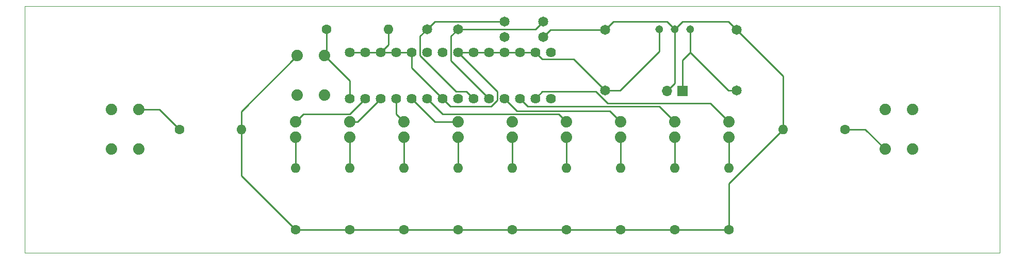
<source format=gbr>
%TF.GenerationSoftware,KiCad,Pcbnew,5.1.9-73d0e3b20d~88~ubuntu20.04.1*%
%TF.CreationDate,2021-02-23T00:09:44-07:00*%
%TF.ProjectId,tow,746f772e-6b69-4636-9164-5f7063625858,rev?*%
%TF.SameCoordinates,Original*%
%TF.FileFunction,Copper,L1,Top*%
%TF.FilePolarity,Positive*%
%FSLAX46Y46*%
G04 Gerber Fmt 4.6, Leading zero omitted, Abs format (unit mm)*
G04 Created by KiCad (PCBNEW 5.1.9-73d0e3b20d~88~ubuntu20.04.1) date 2021-02-23 00:09:44*
%MOMM*%
%LPD*%
G01*
G04 APERTURE LIST*
%TA.AperFunction,Profile*%
%ADD10C,0.050000*%
%TD*%
%TA.AperFunction,ComponentPad*%
%ADD11O,1.700000X1.700000*%
%TD*%
%TA.AperFunction,ComponentPad*%
%ADD12R,1.700000X1.700000*%
%TD*%
%TA.AperFunction,ComponentPad*%
%ADD13C,1.651000*%
%TD*%
%TA.AperFunction,ComponentPad*%
%ADD14C,1.625600*%
%TD*%
%TA.AperFunction,ComponentPad*%
%ADD15C,1.305560*%
%TD*%
%TA.AperFunction,ComponentPad*%
%ADD16C,1.879600*%
%TD*%
%TA.AperFunction,ComponentPad*%
%ADD17O,1.600000X1.600000*%
%TD*%
%TA.AperFunction,ComponentPad*%
%ADD18C,1.600000*%
%TD*%
%TA.AperFunction,Conductor*%
%ADD19C,0.250000*%
%TD*%
G04 APERTURE END LIST*
D10*
X72390000Y-82550000D02*
X232410000Y-82550000D01*
X72390000Y-123190000D02*
X72390000Y-82550000D01*
X232410000Y-123190000D02*
X72390000Y-123190000D01*
X232410000Y-82550000D02*
X232410000Y-123190000D01*
D11*
%TO.P,J1,2*%
%TO.N,GNDREF*%
X177800000Y-96520000D03*
D12*
%TO.P,J1,1*%
%TO.N,+9V*%
X180340000Y-96520000D03*
%TD*%
D13*
%TO.P,Y1,2*%
%TO.N,Net-(C2-Pad1)*%
X138430000Y-86360000D03*
%TO.P,Y1,1*%
%TO.N,Net-(C3-Pad1)*%
X143510000Y-86360000D03*
%TD*%
D14*
%TO.P,U2,28*%
%TO.N,Net-(C4-Pad1)*%
X125730000Y-90170000D03*
%TO.P,U2,27*%
X128270000Y-90170000D03*
%TO.P,U2,26*%
X130810000Y-90170000D03*
%TO.P,U2,25*%
X133350000Y-90170000D03*
%TO.P,U2,24*%
X135890000Y-90170000D03*
%TO.P,U2,23*%
%TO.N,Net-(D1-PadA)*%
X138430000Y-90170000D03*
%TO.P,U2,22*%
%TO.N,GNDREF*%
X140970000Y-90170000D03*
%TO.P,U2,21*%
%TO.N,Net-(C4-Pad1)*%
X143510000Y-90170000D03*
%TO.P,U2,20*%
X146050000Y-90170000D03*
%TO.P,U2,19*%
X148590000Y-90170000D03*
%TO.P,U2,18*%
X151130000Y-90170000D03*
%TO.P,U2,17*%
X153670000Y-90170000D03*
%TO.P,U2,16*%
X156210000Y-90170000D03*
%TO.P,U2,15*%
%TO.N,Net-(S3-Pad3)*%
X158750000Y-90170000D03*
%TO.P,U2,14*%
%TO.N,Net-(S2-Pad3)*%
X158750000Y-97790000D03*
%TO.P,U2,13*%
%TO.N,Net-(D9-PadA)*%
X156210000Y-97790000D03*
%TO.P,U2,12*%
%TO.N,Net-(D5-PadA)*%
X153670000Y-97790000D03*
%TO.P,U2,11*%
%TO.N,Net-(D8-PadA)*%
X151130000Y-97790000D03*
%TO.P,U2,10*%
%TO.N,Net-(C3-Pad1)*%
X148590000Y-97790000D03*
%TO.P,U2,9*%
%TO.N,Net-(C2-Pad1)*%
X146050000Y-97790000D03*
%TO.P,U2,8*%
%TO.N,GNDREF*%
X143510000Y-97790000D03*
%TO.P,U2,7*%
%TO.N,Net-(C4-Pad1)*%
X140970000Y-97790000D03*
%TO.P,U2,6*%
%TO.N,Net-(D4-PadA)*%
X138430000Y-97790000D03*
%TO.P,U2,5*%
%TO.N,Net-(D7-PadA)*%
X135890000Y-97790000D03*
%TO.P,U2,4*%
%TO.N,Net-(D3-PadA)*%
X133350000Y-97790000D03*
%TO.P,U2,3*%
%TO.N,Net-(D6-PadA)*%
X130810000Y-97790000D03*
%TO.P,U2,2*%
%TO.N,Net-(D2-PadA)*%
X128270000Y-97790000D03*
%TO.P,U2,1*%
%TO.N,Net-(R1-Pad1)*%
X125730000Y-97790000D03*
%TD*%
D15*
%TO.P,U1,VOUT*%
%TO.N,Net-(C4-Pad1)*%
X176530000Y-86360000D03*
%TO.P,U1,VIN*%
%TO.N,+9V*%
X181610000Y-86360000D03*
%TO.P,U1,GND*%
%TO.N,GNDREF*%
X179070000Y-86360000D03*
%TD*%
D16*
%TO.P,S3,4*%
%TO.N,N/C*%
X86639400Y-106121200D03*
%TO.P,S3,3*%
%TO.N,Net-(S3-Pad3)*%
X86639400Y-99618800D03*
%TO.P,S3,2*%
%TO.N,N/C*%
X91160600Y-106121200D03*
%TO.P,S3,1*%
%TO.N,Net-(R4-Pad1)*%
X91160600Y-99618800D03*
%TD*%
%TO.P,S2,4*%
%TO.N,N/C*%
X218160600Y-99618800D03*
%TO.P,S2,3*%
%TO.N,Net-(S2-Pad3)*%
X218160600Y-106121200D03*
%TO.P,S2,2*%
%TO.N,N/C*%
X213639400Y-99618800D03*
%TO.P,S2,1*%
%TO.N,Net-(R3-Pad1)*%
X213639400Y-106121200D03*
%TD*%
%TO.P,S1,4*%
%TO.N,N/C*%
X117119400Y-97231200D03*
%TO.P,S1,3*%
%TO.N,GNDREF*%
X117119400Y-90728800D03*
%TO.P,S1,2*%
%TO.N,N/C*%
X121640600Y-97231200D03*
%TO.P,S1,1*%
%TO.N,Net-(R1-Pad1)*%
X121640600Y-90728800D03*
%TD*%
D17*
%TO.P,R12,2*%
%TO.N,Net-(D9-PadK)*%
X187960000Y-109220000D03*
D18*
%TO.P,R12,1*%
%TO.N,GNDREF*%
X187960000Y-119380000D03*
%TD*%
D17*
%TO.P,R11,2*%
%TO.N,Net-(D8-PadK)*%
X170180000Y-109220000D03*
D18*
%TO.P,R11,1*%
%TO.N,GNDREF*%
X170180000Y-119380000D03*
%TD*%
D17*
%TO.P,R10,2*%
%TO.N,Net-(D7-PadK)*%
X143510000Y-109220000D03*
D18*
%TO.P,R10,1*%
%TO.N,GNDREF*%
X143510000Y-119380000D03*
%TD*%
D17*
%TO.P,R9,2*%
%TO.N,Net-(D6-PadK)*%
X125730000Y-109220000D03*
D18*
%TO.P,R9,1*%
%TO.N,GNDREF*%
X125730000Y-119380000D03*
%TD*%
D17*
%TO.P,R8,2*%
%TO.N,Net-(D5-PadK)*%
X179070000Y-109220000D03*
D18*
%TO.P,R8,1*%
%TO.N,GNDREF*%
X179070000Y-119380000D03*
%TD*%
D17*
%TO.P,R7,2*%
%TO.N,Net-(D4-PadK)*%
X161290000Y-109220000D03*
D18*
%TO.P,R7,1*%
%TO.N,GNDREF*%
X161290000Y-119380000D03*
%TD*%
D17*
%TO.P,R6,2*%
%TO.N,Net-(D3-PadK)*%
X134620000Y-109220000D03*
D18*
%TO.P,R6,1*%
%TO.N,GNDREF*%
X134620000Y-119380000D03*
%TD*%
D17*
%TO.P,R5,2*%
%TO.N,Net-(D2-PadK)*%
X116840000Y-109220000D03*
D18*
%TO.P,R5,1*%
%TO.N,GNDREF*%
X116840000Y-119380000D03*
%TD*%
D17*
%TO.P,R4,2*%
%TO.N,GNDREF*%
X107950000Y-102870000D03*
D18*
%TO.P,R4,1*%
%TO.N,Net-(R4-Pad1)*%
X97790000Y-102870000D03*
%TD*%
D17*
%TO.P,R3,2*%
%TO.N,GNDREF*%
X196850000Y-102870000D03*
D18*
%TO.P,R3,1*%
%TO.N,Net-(R3-Pad1)*%
X207010000Y-102870000D03*
%TD*%
D17*
%TO.P,R2,2*%
%TO.N,Net-(D1-PadK)*%
X152400000Y-109220000D03*
D18*
%TO.P,R2,1*%
%TO.N,GNDREF*%
X152400000Y-119380000D03*
%TD*%
D17*
%TO.P,R1,2*%
%TO.N,Net-(C4-Pad1)*%
X132080000Y-86360000D03*
D18*
%TO.P,R1,1*%
%TO.N,Net-(R1-Pad1)*%
X121920000Y-86360000D03*
%TD*%
D16*
%TO.P,D9,K*%
%TO.N,Net-(D9-PadK)*%
X187960000Y-104140000D03*
%TO.P,D9,A*%
%TO.N,Net-(D9-PadA)*%
X187960000Y-101600000D03*
%TD*%
%TO.P,D8,K*%
%TO.N,Net-(D8-PadK)*%
X170180000Y-104140000D03*
%TO.P,D8,A*%
%TO.N,Net-(D8-PadA)*%
X170180000Y-101600000D03*
%TD*%
%TO.P,D7,K*%
%TO.N,Net-(D7-PadK)*%
X143510000Y-104140000D03*
%TO.P,D7,A*%
%TO.N,Net-(D7-PadA)*%
X143510000Y-101600000D03*
%TD*%
%TO.P,D6,K*%
%TO.N,Net-(D6-PadK)*%
X125730000Y-104140000D03*
%TO.P,D6,A*%
%TO.N,Net-(D6-PadA)*%
X125730000Y-101600000D03*
%TD*%
%TO.P,D5,K*%
%TO.N,Net-(D5-PadK)*%
X179070000Y-104140000D03*
%TO.P,D5,A*%
%TO.N,Net-(D5-PadA)*%
X179070000Y-101600000D03*
%TD*%
%TO.P,D4,K*%
%TO.N,Net-(D4-PadK)*%
X161290000Y-104140000D03*
%TO.P,D4,A*%
%TO.N,Net-(D4-PadA)*%
X161290000Y-101600000D03*
%TD*%
%TO.P,D3,K*%
%TO.N,Net-(D3-PadK)*%
X134620000Y-104140000D03*
%TO.P,D3,A*%
%TO.N,Net-(D3-PadA)*%
X134620000Y-101600000D03*
%TD*%
%TO.P,D2,K*%
%TO.N,Net-(D2-PadK)*%
X116840000Y-104140000D03*
%TO.P,D2,A*%
%TO.N,Net-(D2-PadA)*%
X116840000Y-101600000D03*
%TD*%
%TO.P,D1,K*%
%TO.N,Net-(D1-PadK)*%
X152400000Y-104140000D03*
%TO.P,D1,A*%
%TO.N,Net-(D1-PadA)*%
X152400000Y-101600000D03*
%TD*%
D13*
%TO.P,C4,2*%
%TO.N,GNDREF*%
X167640000Y-86441280D03*
%TO.P,C4,1*%
%TO.N,Net-(C4-Pad1)*%
X167640000Y-96438720D03*
%TD*%
%TO.P,C3,2*%
%TO.N,GNDREF*%
X157480000Y-87630000D03*
%TO.P,C3,1*%
%TO.N,Net-(C3-Pad1)*%
X157480000Y-85090000D03*
%TD*%
%TO.P,C2,2*%
%TO.N,GNDREF*%
X151130000Y-87630000D03*
%TO.P,C2,1*%
%TO.N,Net-(C2-Pad1)*%
X151130000Y-85090000D03*
%TD*%
%TO.P,C1,2*%
%TO.N,GNDREF*%
X189230000Y-86441280D03*
%TO.P,C1,1*%
%TO.N,+9V*%
X189230000Y-96438720D03*
%TD*%
D19*
%TO.N,GNDREF*%
X116840000Y-119380000D02*
X125730000Y-119380000D01*
X125730000Y-119380000D02*
X134620000Y-119380000D01*
X143510000Y-119380000D02*
X134620000Y-119380000D01*
X152400000Y-119380000D02*
X143510000Y-119380000D01*
X161290000Y-119380000D02*
X152400000Y-119380000D01*
X170180000Y-119380000D02*
X161290000Y-119380000D01*
X179070000Y-119380000D02*
X170180000Y-119380000D01*
X187960000Y-119380000D02*
X179070000Y-119380000D01*
X107950000Y-110490000D02*
X116840000Y-119380000D01*
X107950000Y-102870000D02*
X107950000Y-110490000D01*
X107950000Y-99898200D02*
X117119400Y-90728800D01*
X107950000Y-102870000D02*
X107950000Y-99898200D01*
X196850000Y-94061280D02*
X196850000Y-102870000D01*
X189230000Y-86441280D02*
X196850000Y-94061280D01*
X187960000Y-111760000D02*
X196850000Y-102870000D01*
X187960000Y-119380000D02*
X187960000Y-111760000D01*
X179070000Y-86360000D02*
X180340000Y-85090000D01*
X187878720Y-85090000D02*
X189230000Y-86441280D01*
X180340000Y-85090000D02*
X187878720Y-85090000D01*
X179070000Y-86360000D02*
X177800000Y-85090000D01*
X168991280Y-85090000D02*
X167640000Y-86441280D01*
X177800000Y-85090000D02*
X168991280Y-85090000D01*
X158668720Y-86441280D02*
X157480000Y-87630000D01*
X167640000Y-86441280D02*
X158668720Y-86441280D01*
X179070000Y-95250000D02*
X177800000Y-96520000D01*
X179070000Y-86360000D02*
X179070000Y-95250000D01*
%TO.N,+9V*%
X189230000Y-96438720D02*
X187878720Y-96438720D01*
X181610000Y-90170000D02*
X181610000Y-86360000D01*
X187878720Y-96438720D02*
X181610000Y-90170000D01*
X180340000Y-91440000D02*
X181610000Y-90170000D01*
X180340000Y-96520000D02*
X180340000Y-91440000D01*
%TO.N,Net-(C2-Pad1)*%
X144912199Y-96652199D02*
X146050000Y-97790000D01*
X137292199Y-90716145D02*
X143228253Y-96652199D01*
X143228253Y-96652199D02*
X144912199Y-96652199D01*
X137292199Y-87497801D02*
X137292199Y-90716145D01*
X138430000Y-86360000D02*
X137292199Y-87497801D01*
X139700000Y-85090000D02*
X151130000Y-85090000D01*
X138430000Y-86360000D02*
X139700000Y-85090000D01*
%TO.N,Net-(C3-Pad1)*%
X142372199Y-91572199D02*
X148590000Y-97790000D01*
X142372199Y-87497801D02*
X142372199Y-91572199D01*
X143510000Y-86360000D02*
X142372199Y-87497801D01*
X156210000Y-86360000D02*
X157480000Y-85090000D01*
X143510000Y-86360000D02*
X156210000Y-86360000D01*
%TO.N,Net-(C4-Pad1)*%
X125730000Y-90170000D02*
X128270000Y-90170000D01*
X128270000Y-90170000D02*
X130810000Y-90170000D01*
X130810000Y-90170000D02*
X133350000Y-90170000D01*
X133350000Y-90170000D02*
X135890000Y-90170000D01*
X135890000Y-92710000D02*
X140970000Y-97790000D01*
X135890000Y-90170000D02*
X135890000Y-92710000D01*
X143510000Y-90170000D02*
X146050000Y-90170000D01*
X146050000Y-90170000D02*
X148590000Y-90170000D01*
X148590000Y-90170000D02*
X151130000Y-90170000D01*
X151130000Y-90170000D02*
X153670000Y-90170000D01*
X153670000Y-90170000D02*
X156210000Y-90170000D01*
X162509081Y-91307801D02*
X167640000Y-96438720D01*
X157347801Y-91307801D02*
X162509081Y-91307801D01*
X156210000Y-90170000D02*
X157347801Y-91307801D01*
X167640000Y-96438720D02*
X170098720Y-96438720D01*
X176530000Y-90007440D02*
X176530000Y-86360000D01*
X170098720Y-96438720D02*
X176530000Y-90007440D01*
X132080000Y-88900000D02*
X130810000Y-90170000D01*
X132080000Y-86360000D02*
X132080000Y-88900000D01*
X142240000Y-99060000D02*
X140970000Y-97790000D01*
X149003946Y-99060000D02*
X142240000Y-99060000D01*
X149979499Y-98084447D02*
X149003946Y-99060000D01*
X149979499Y-96639499D02*
X149979499Y-98084447D01*
X143510000Y-90170000D02*
X149979499Y-96639499D01*
%TO.N,Net-(D1-PadK)*%
X152400000Y-104140000D02*
X152400000Y-109220000D01*
%TO.N,Net-(D2-PadK)*%
X116840000Y-104140000D02*
X116840000Y-109220000D01*
%TO.N,Net-(D2-PadA)*%
X128270000Y-97790000D02*
X125730000Y-100330000D01*
X118110000Y-100330000D02*
X116840000Y-101600000D01*
X125730000Y-100330000D02*
X118110000Y-100330000D01*
%TO.N,Net-(D3-PadK)*%
X134620000Y-104140000D02*
X134620000Y-109220000D01*
%TO.N,Net-(D3-PadA)*%
X133350000Y-100330000D02*
X134620000Y-101600000D01*
X133350000Y-97790000D02*
X133350000Y-100330000D01*
%TO.N,Net-(D4-PadK)*%
X161290000Y-104140000D02*
X161290000Y-109220000D01*
%TO.N,Net-(D4-PadA)*%
X160025199Y-100335199D02*
X161290000Y-101600000D01*
X140975199Y-100335199D02*
X160025199Y-100335199D01*
X138430000Y-97790000D02*
X140975199Y-100335199D01*
%TO.N,Net-(D5-PadK)*%
X179070000Y-104140000D02*
X179070000Y-109220000D01*
%TO.N,Net-(D5-PadA)*%
X153670000Y-97790000D02*
X154940000Y-99060000D01*
X176530000Y-99060000D02*
X179070000Y-101600000D01*
X154940000Y-99060000D02*
X176530000Y-99060000D01*
%TO.N,Net-(D6-PadK)*%
X125730000Y-109220000D02*
X125730000Y-104140000D01*
%TO.N,Net-(D6-PadA)*%
X127000000Y-101600000D02*
X125730000Y-101600000D01*
X130810000Y-97790000D02*
X127000000Y-101600000D01*
%TO.N,Net-(D7-PadK)*%
X143510000Y-104140000D02*
X143510000Y-109220000D01*
%TO.N,Net-(D7-PadA)*%
X139700000Y-101600000D02*
X143510000Y-101600000D01*
X135890000Y-97790000D02*
X139700000Y-101600000D01*
%TO.N,Net-(D8-PadK)*%
X170180000Y-104140000D02*
X170180000Y-109220000D01*
%TO.N,Net-(D8-PadA)*%
X151130000Y-97790000D02*
X153225189Y-99885189D01*
X168465189Y-99885189D02*
X170180000Y-101600000D01*
X153225189Y-99885189D02*
X168465189Y-99885189D01*
%TO.N,Net-(D9-PadK)*%
X187960000Y-104140000D02*
X187960000Y-109220000D01*
%TO.N,Net-(D9-PadA)*%
X184969990Y-98609990D02*
X187960000Y-101600000D01*
X168108528Y-98609990D02*
X184969990Y-98609990D01*
X166150737Y-96652199D02*
X168108528Y-98609990D01*
X157347801Y-96652199D02*
X166150737Y-96652199D01*
X156210000Y-97790000D02*
X157347801Y-96652199D01*
%TO.N,Net-(R1-Pad1)*%
X125730000Y-94818200D02*
X121640600Y-90728800D01*
X125730000Y-97790000D02*
X125730000Y-94818200D01*
X121920000Y-90449400D02*
X121640600Y-90728800D01*
X121920000Y-86360000D02*
X121920000Y-90449400D01*
%TO.N,Net-(R3-Pad1)*%
X210388200Y-102870000D02*
X213639400Y-106121200D01*
X207010000Y-102870000D02*
X210388200Y-102870000D01*
%TO.N,Net-(R4-Pad1)*%
X94538800Y-99618800D02*
X97790000Y-102870000D01*
X91160600Y-99618800D02*
X94538800Y-99618800D01*
%TD*%
M02*

</source>
